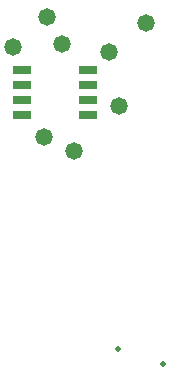
<source format=gbr>
G04*
G04 #@! TF.GenerationSoftware,Altium Limited,Altium Designer,22.4.2 (48)*
G04*
G04 Layer_Color=16711935*
%FSLAX25Y25*%
%MOIN*%
G70*
G04*
G04 #@! TF.SameCoordinates,F9A4DCB5-2B7C-4553-87A1-470B5E90004D*
G04*
G04*
G04 #@! TF.FilePolarity,Negative*
G04*
G01*
G75*
%ADD22C,0.01900*%
%ADD23C,0.05800*%
%ADD28R,0.06400X0.02900*%
D22*
X212600Y342900D02*
D03*
X197500Y348000D02*
D03*
D23*
X162500Y448500D02*
D03*
X173000Y418500D02*
D03*
X194500Y447000D02*
D03*
X179000Y449500D02*
D03*
X174000Y458500D02*
D03*
X207000Y456500D02*
D03*
X197769Y429017D02*
D03*
X183000Y414000D02*
D03*
D28*
X187500Y426000D02*
D03*
Y431000D02*
D03*
Y436000D02*
D03*
Y441000D02*
D03*
X165500D02*
D03*
Y436000D02*
D03*
Y431000D02*
D03*
Y426000D02*
D03*
M02*

</source>
